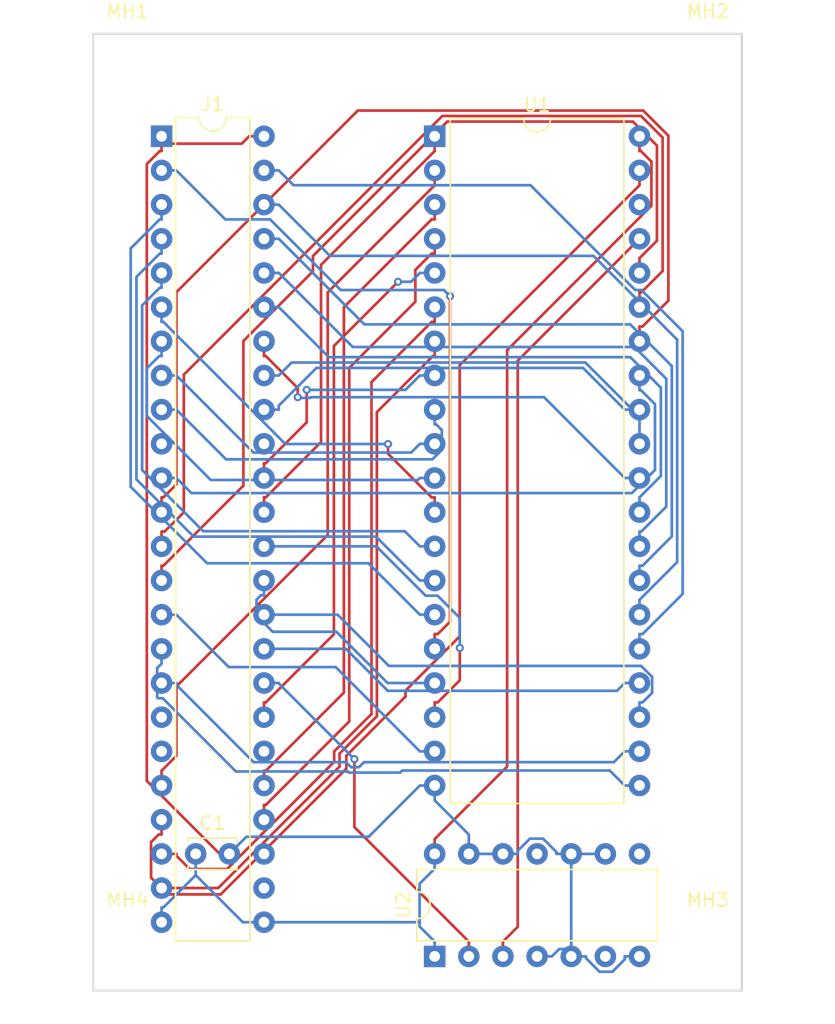
<source format=kicad_pcb>
(kicad_pcb (version 20211014) (generator pcbnew)
  (layers (0 "F.Cu" signal) (31 "B.Cu" signal) (34 "B.Paste" user) (35 "F.Paste" user) (36 "B.SilkS" user "B.Silkscreen") (37 "F.SilkS" user "F.Silkscreen") (38 "B.Mask" user) (39 "F.Mask" user) (44 "Edge.Cuts" user))
  (net 0 "")
  (net 1 "VCC")
  (net 2 "GND")
  (net 3 "/P53")
  (net 4 "Net-(J1-Pad30)")
  (net 5 "/P26")
  (net 6 "Net-(J1-Pad27)")
  (net 7 "/P27")
  (net 8 "/P47")
  (net 9 "/P46")
  (net 10 "Net-(J1-Pad26)")
  (net 11 "Net-(J1-Pad19)")
  (net 12 "/P25")
  (net 13 "/P24")
  (net 14 "/P23")
  (net 15 "/P22")
  (net 16 "/P21")
  (net 17 "/P20")
  (net 18 "/P34")
  (net 19 "Net-(J1-Pad10)")
  (net 20 "/P35")
  (net 21 "/P17")
  (net 22 "/P36")
  (net 23 "/P16")
  (net 24 "Net-(J1-Pad39)")
  (net 25 "/P15")
  (net 26 "/P40")
  (net 27 "/P14")
  (net 28 "/P41")
  (net 29 "/P13")
  (net 30 "/P42")
  (net 31 "/P12")
  (net 32 "/P11")
  (net 33 "/P44")
  (net 34 "/P10")
  (net 35 "/P45")
  (net 36 "/P33")
  (net 37 "/P32")
  (net 38 "/P31")
  (net 39 "/P30")
  (net 40 "/P51")
  (net 41 "/P55")
  (net 42 "/P43")
  (net 43 "/P52")
  (net 44 "/P54")
  (net 45 "/P50")
  (net 46 "Net-(U1-Pad38)")
  (net 47 "Net-(U1-Pad37)")
  (net 48 "Net-(U2-Pad6)")
  (net 49 "Net-(U2-Pad11)")
  (net 50 "Net-(U2-Pad8)")
  (net 51 "Net-(J1-Pad18)")
  (footprint "MountingHole:MountingHole_3.2mm_M3" (layer "F.Cu") (at 101 70)
    (fp_text reference "MH1" (at 0 -4.2) (layer "F.SilkS"))
    (fp_text value "MountingHole_3.2mm_M3")
    (pad "" np_thru_hole circle locked (at 0 0) (size 3.2 3.2) (drill 3.2) (layers *.Cu *.Mask))
  )
  (footprint "MountingHole:MountingHole_3.2mm_M3" (layer "F.Cu") (at 144.18 70)
    (fp_text reference "MH2" (at 0 -4.2) (layer "F.SilkS"))
    (fp_text value "MountingHole_3.2mm_M3")
    (pad "" np_thru_hole circle locked (at 0 0) (size 3.2 3.2) (drill 3.2) (layers *.Cu *.Mask))
  )
  (footprint "MountingHole:MountingHole_3.2mm_M3" (layer "F.Cu") (at 144.18 136.04)
    (fp_text reference "MH3" (at 0 -4.2) (layer "F.SilkS"))
    (fp_text value "MountingHole_3.2mm_M3")
    (pad "" np_thru_hole circle locked (at 0 0) (size 3.2 3.2) (drill 3.2) (layers *.Cu *.Mask))
  )
  (footprint "MountingHole:MountingHole_3.2mm_M3" (layer "F.Cu") (at 101 136.04)
    (fp_text reference "MH4" (at 0 -4.2) (layer "F.SilkS"))
    (fp_text value "MountingHole_3.2mm_M3")
    (pad "" np_thru_hole circle locked (at 0 0) (size 3.2 3.2) (drill 3.2) (layers *.Cu *.Mask))
  )
  (footprint "Package_DIP:DIP-14_W7.62mm" (layer "F.Cu") (at 123.86 136.04 90)
    (fp_text reference "U2" (at 3.81 -2.33 90) (layer "F.SilkS"))
    (fp_text value "74HCT126")
    (fp_line (start 1.16 16.57) (end 6.46 16.57) (layer "F.SilkS") (width 0.12))
    (fp_line (start 2.81 -1.33) (end 1.16 -1.33) (layer "F.SilkS") (width 0.12))
    (fp_line (start 6.46 -1.33) (end 4.81 -1.33) (layer "F.SilkS") (width 0.12))
    (fp_line (start 6.46 16.57) (end 6.46 -1.33) (layer "F.SilkS") (width 0.12))
    (fp_line (start 1.16 -1.33) (end 1.16 16.57) (layer "F.SilkS") (width 0.12))
    (fp_arc (start 4.81 -1.33) (mid 3.81 -0.33) (end 2.81 -1.33) (layer "F.SilkS") (width 0.12))
    (pad "1" thru_hole rect locked (at 0 0 90) (size 1.6 1.6) (drill 0.8) (layers *.Cu *.Mask) (net 1 "VCC"))
    (pad "2" thru_hole oval locked (at 0 2.54 90) (size 1.6 1.6) (drill 0.8) (layers *.Cu *.Mask) (net 9 "/P46"))
    (pad "3" thru_hole oval locked (at 0 5.08 90) (size 1.6 1.6) (drill 0.8) (layers *.Cu *.Mask) (net 47 "Net-(U1-Pad37)"))
    (pad "4" thru_hole oval locked (at 0 7.62 90) (size 1.6 1.6) (drill 0.8) (layers *.Cu *.Mask) (net 2 "GND"))
    (pad "5" thru_hole oval locked (at 0 10.16 90) (size 1.6 1.6) (drill 0.8) (layers *.Cu *.Mask) (net 2 "GND"))
    (pad "6" thru_hole oval locked (at 0 12.7 90) (size 1.6 1.6) (drill 0.8) (layers *.Cu *.Mask) (net 48 "Net-(U2-Pad6)"))
    (pad "7" thru_hole oval locked (at 0 15.24 90) (size 1.6 1.6) (drill 0.8) (layers *.Cu *.Mask) (net 2 "GND"))
    (pad "8" thru_hole oval locked (at 7.62 15.24 90) (size 1.6 1.6) (drill 0.8) (layers *.Cu *.Mask) (net 50 "Net-(U2-Pad8)"))
    (pad "9" thru_hole oval locked (at 7.62 12.7 90) (size 1.6 1.6) (drill 0.8) (layers *.Cu *.Mask) (net 2 "GND"))
    (pad "10" thru_hole oval locked (at 7.62 10.16 90) (size 1.6 1.6) (drill 0.8) (layers *.Cu *.Mask) (net 2 "GND"))
    (pad "11" thru_hole oval locked (at 7.62 7.62 90) (size 1.6 1.6) (drill 0.8) (layers *.Cu *.Mask) (net 49 "Net-(U2-Pad11)"))
    (pad "12" thru_hole oval locked (at 7.62 5.08 90) (size 1.6 1.6) (drill 0.8) (layers *.Cu *.Mask) (net 2 "GND"))
    (pad "13" thru_hole oval locked (at 7.62 2.54 90) (size 1.6 1.6) (drill 0.8) (layers *.Cu *.Mask) (net 2 "GND"))
    (pad "14" thru_hole oval locked (at 7.62 0 90) (size 1.6 1.6) (drill 0.8) (layers *.Cu *.Mask) (net 1 "VCC"))
  )
  (footprint "Capacitor_THT:C_Disc_D3.4mm_W2.1mm_P2.50mm" (layer "F.Cu") (at 106.08 128.42)
    (fp_text reference "C1" (at 1.25 -2.3) (layer "F.SilkS"))
    (fp_text value "0.1u")
    (fp_line (start -0.57 0.925) (end -0.57 1.17) (layer "F.SilkS") (width 0.12))
    (fp_line (start 3.07 -1.17) (end 3.07 -0.925) (layer "F.SilkS") (width 0.12))
    (fp_line (start -0.57 -1.17) (end -0.57 -0.925) (layer "F.SilkS") (width 0.12))
    (fp_line (start -0.57 -1.17) (end 3.07 -1.17) (layer "F.SilkS") (width 0.12))
    (fp_line (start -0.57 1.17) (end 3.07 1.17) (layer "F.SilkS") (width 0.12))
    (fp_line (start 3.07 0.925) (end 3.07 1.17) (layer "F.SilkS") (width 0.12))
    (pad "1" thru_hole circle locked (at 0 0) (size 1.6 1.6) (drill 0.8) (layers *.Cu *.Mask) (net 1 "VCC"))
    (pad "2" thru_hole circle locked (at 2.5 0) (size 1.6 1.6) (drill 0.8) (layers *.Cu *.Mask) (net 2 "GND"))
  )
  (footprint "0-LocalLibrary:DIP-48_W7.62mm" (layer "F.Cu") (at 103.54 75.08)
    (fp_text reference "J1" (at 3.81 -2.39) (layer "F.SilkS"))
    (fp_text value "BionicConnector")
    (fp_line (start 1.04 59.81) (end 6.58 59.81) (layer "F.SilkS") (width 0.12))
    (fp_line (start 1.04 -1.39) (end 1.04 39.49) (layer "F.SilkS") (width 0.12))
    (fp_line (start 6.58 39.49) (end 6.58 -1.39) (layer "F.SilkS") (width 0.12))
    (fp_line (start 6.58 -1.39) (end 4.81 -1.39) (layer "F.SilkS") (width 0.12))
    (fp_line (start 6.58 59.81) (end 6.58 18.93) (layer "F.SilkS") (width 0.12))
    (fp_line (start 1.04 18.93) (end 1.04 59.81) (layer "F.SilkS") (width 0.12))
    (fp_line (start 2.81 -1.39) (end 1.04 -1.39) (layer "F.SilkS") (width 0.12))
    (fp_arc (start 4.81 -1.39) (mid 3.81 -0.39) (end 2.81 -1.39) (layer "F.SilkS") (width 0.12))
    (pad "1" thru_hole rect locked (at 0 0) (size 1.6 1.6) (drill 0.8) (layers *.Cu *.Mask) (net 2 "GND"))
    (pad "2" thru_hole oval locked (at 0 2.54) (size 1.6 1.6) (drill 0.8) (layers *.Cu *.Mask) (net 34 "/P10"))
    (pad "3" thru_hole oval locked (at 0 5.08) (size 1.6 1.6) (drill 0.8) (layers *.Cu *.Mask) (net 32 "/P11"))
    (pad "4" thru_hole oval locked (at 0 7.62) (size 1.6 1.6) (drill 0.8) (layers *.Cu *.Mask) (net 31 "/P12"))
    (pad "5" thru_hole oval locked (at 0 10.16) (size 1.6 1.6) (drill 0.8) (layers *.Cu *.Mask) (net 29 "/P13"))
    (pad "6" thru_hole oval locked (at 0 12.7) (size 1.6 1.6) (drill 0.8) (layers *.Cu *.Mask) (net 27 "/P14"))
    (pad "7" thru_hole oval locked (at 0 15.24) (size 1.6 1.6) (drill 0.8) (layers *.Cu *.Mask) (net 25 "/P15"))
    (pad "8" thru_hole oval locked (at 0 17.78) (size 1.6 1.6) (drill 0.8) (layers *.Cu *.Mask) (net 23 "/P16"))
    (pad "9" thru_hole oval locked (at 0 20.32) (size 1.6 1.6) (drill 0.8) (layers *.Cu *.Mask) (net 21 "/P17"))
    (pad "10" thru_hole oval locked (at 0 22.86) (size 1.6 1.6) (drill 0.8) (layers *.Cu *.Mask) (net 19 "Net-(J1-Pad10)"))
    (pad "11" thru_hole oval locked (at 0 25.4) (size 1.6 1.6) (drill 0.8) (layers *.Cu *.Mask) (net 39 "/P30"))
    (pad "12" thru_hole oval locked (at 0 27.94) (size 1.6 1.6) (drill 0.8) (layers *.Cu *.Mask) (net 38 "/P31"))
    (pad "13" thru_hole oval locked (at 0 30.48) (size 1.6 1.6) (drill 0.8) (layers *.Cu *.Mask) (net 37 "/P32"))
    (pad "14" thru_hole oval locked (at 0 33.02) (size 1.6 1.6) (drill 0.8) (layers *.Cu *.Mask) (net 36 "/P33"))
    (pad "15" thru_hole oval locked (at 0 35.56) (size 1.6 1.6) (drill 0.8) (layers *.Cu *.Mask) (net 18 "/P34"))
    (pad "16" thru_hole oval locked (at 0 38.1) (size 1.6 1.6) (drill 0.8) (layers *.Cu *.Mask) (net 20 "/P35"))
    (pad "17" thru_hole oval locked (at 0 40.64) (size 1.6 1.6) (drill 0.8) (layers *.Cu *.Mask) (net 22 "/P36"))
    (pad "18" thru_hole oval locked (at 0 43.18) (size 1.6 1.6) (drill 0.8) (layers *.Cu *.Mask) (net 51 "Net-(J1-Pad18)"))
    (pad "19" thru_hole oval locked (at 0 45.72) (size 1.6 1.6) (drill 0.8) (layers *.Cu *.Mask) (net 11 "Net-(J1-Pad19)"))
    (pad "20" thru_hole oval locked (at 0 48.26) (size 1.6 1.6) (drill 0.8) (layers *.Cu *.Mask) (net 45 "/P50"))
    (pad "21" thru_hole oval locked (at 0 50.8) (size 1.6 1.6) (drill 0.8) (layers *.Cu *.Mask) (net 40 "/P51"))
    (pad "22" thru_hole oval locked (at 0 53.34) (size 1.6 1.6) (drill 0.8) (layers *.Cu *.Mask) (net 43 "/P52"))
    (pad "23" thru_hole oval locked (at 0 55.88) (size 1.6 1.6) (drill 0.8) (layers *.Cu *.Mask) (net 3 "/P53"))
    (pad "24" thru_hole oval locked (at 0 58.42) (size 1.6 1.6) (drill 0.8) (layers *.Cu *.Mask) (net 1 "VCC"))
    (pad "25" thru_hole oval locked (at 7.62 58.42) (size 1.6 1.6) (drill 0.8) (layers *.Cu *.Mask) (net 1 "VCC"))
    (pad "26" thru_hole oval locked (at 7.62 55.88) (size 1.6 1.6) (drill 0.8) (layers *.Cu *.Mask) (net 10 "Net-(J1-Pad26)"))
    (pad "27" thru_hole oval locked (at 7.62 53.34) (size 1.6 1.6) (drill 0.8) (layers *.Cu *.Mask) (net 6 "Net-(J1-Pad27)"))
    (pad "28" thru_hole oval locked (at 7.62 50.8) (size 1.6 1.6) (drill 0.8) (layers *.Cu *.Mask) (net 41 "/P55"))
    (pad "29" thru_hole oval locked (at 7.62 48.26) (size 1.6 1.6) (drill 0.8) (layers *.Cu *.Mask) (net 44 "/P54"))
    (pad "30" thru_hole oval locked (at 7.62 45.72) (size 1.6 1.6) (drill 0.8) (layers *.Cu *.Mask) (net 4 "Net-(J1-Pad30)"))
    (pad "31" thru_hole oval locked (at 7.62 43.18) (size 1.6 1.6) (drill 0.8) (layers *.Cu *.Mask) (net 8 "/P47"))
    (pad "32" thru_hole oval locked (at 7.62 40.64) (size 1.6 1.6) (drill 0.8) (layers *.Cu *.Mask) (net 9 "/P46"))
    (pad "33" thru_hole oval locked (at 7.62 38.1) (size 1.6 1.6) (drill 0.8) (layers *.Cu *.Mask) (net 35 "/P45"))
    (pad "34" thru_hole oval locked (at 7.62 35.56) (size 1.6 1.6) (drill 0.8) (layers *.Cu *.Mask) (net 33 "/P44"))
    (pad "35" thru_hole oval locked (at 7.62 33.02) (size 1.6 1.6) (drill 0.8) (layers *.Cu *.Mask) (net 42 "/P43"))
    (pad "36" thru_hole oval locked (at 7.62 30.48) (size 1.6 1.6) (drill 0.8) (layers *.Cu *.Mask) (net 30 "/P42"))
    (pad "37" thru_hole oval locked (at 7.62 27.94) (size 1.6 1.6) (drill 0.8) (layers *.Cu *.Mask) (net 28 "/P41"))
    (pad "38" thru_hole oval locked (at 7.62 25.4) (size 1.6 1.6) (drill 0.8) (layers *.Cu *.Mask) (net 26 "/P40"))
    (pad "39" thru_hole oval locked (at 7.62 22.86) (size 1.6 1.6) (drill 0.8) (layers *.Cu *.Mask) (net 24 "Net-(J1-Pad39)"))
    (pad "40" thru_hole oval locked (at 7.62 20.32) (size 1.6 1.6) (drill 0.8) (layers *.Cu *.Mask) (net 7 "/P27"))
    (pad "41" thru_hole oval locked (at 7.62 17.78) (size 1.6 1.6) (drill 0.8) (layers *.Cu *.Mask) (net 5 "/P26"))
    (pad "42" thru_hole oval locked (at 7.62 15.24) (size 1.6 1.6) (drill 0.8) (layers *.Cu *.Mask) (net 12 "/P25"))
    (pad "43" thru_hole oval locked (at 7.62 12.7) (size 1.6 1.6) (drill 0.8) (layers *.Cu *.Mask) (net 13 "/P24"))
    (pad "44" thru_hole oval locked (at 7.62 10.16) (size 1.6 1.6) (drill 0.8) (layers *.Cu *.Mask) (net 14 "/P23"))
    (pad "45" thru_hole oval locked (at 7.62 7.62) (size 1.6 1.6) (drill 0.8) (layers *.Cu *.Mask) (net 15 "/P22"))
    (pad "46" thru_hole oval locked (at 7.62 5.08) (size 1.6 1.6) (drill 0.8) (layers *.Cu *.Mask) (net 16 "/P21"))
    (pad "47" thru_hole oval locked (at 7.62 2.54) (size 1.6 1.6) (drill 0.8) (layers *.Cu *.Mask) (net 17 "/P20"))
    (pad "48" thru_hole oval locked (at 7.62 0) (size 1.6 1.6) (drill 0.8) (layers *.Cu *.Mask) (net 2 "GND"))
  )
  (footprint "Package_DIP:DIP-40_W15.24mm" (layer "F.Cu") (at 123.86 75.08)
    (fp_text reference "U1" (at 7.62 -2.33) (layer "F.SilkS"))
    (fp_text value "INS8060")
    (fp_line (start 1.16 -1.33) (end 1.16 49.59) (layer "F.SilkS") (width 0.12))
    (fp_line (start 14.08 49.59) (end 14.08 -1.33) (layer "F.SilkS") (width 0.12))
    (fp_line (start 1.16 49.59) (end 14.08 49.59) (layer "F.SilkS") (width 0.12))
    (fp_line (start 6.62 -1.33) (end 1.16 -1.33) (layer "F.SilkS") (width 0.12))
    (fp_line (start 14.08 -1.33) (end 8.62 -1.33) (layer "F.SilkS") (width 0.12))
    (fp_arc (start 8.62 -1.33) (mid 7.62 -0.33) (end 6.62 -1.33) (layer "F.SilkS") (width 0.12))
    (pad "1" thru_hole rect locked (at 0 0) (size 1.6 1.6) (drill 0.8) (layers *.Cu *.Mask) (net 28 "/P41"))
    (pad "2" thru_hole oval locked (at 0 2.54) (size 1.6 1.6) (drill 0.8) (layers *.Cu *.Mask) (net 45 "/P50"))
    (pad "3" thru_hole oval locked (at 0 5.08) (size 1.6 1.6) (drill 0.8) (layers *.Cu *.Mask) (net 44 "/P54"))
    (pad "4" thru_hole oval locked (at 0 7.62) (size 1.6 1.6) (drill 0.8) (layers *.Cu *.Mask) (net 41 "/P55"))
    (pad "5" thru_hole oval locked (at 0 10.16) (size 1.6 1.6) (drill 0.8) (layers *.Cu *.Mask) (net 8 "/P47"))
    (pad "6" thru_hole oval locked (at 0 12.7) (size 1.6 1.6) (drill 0.8) (layers *.Cu *.Mask) (net 43 "/P52"))
    (pad "7" thru_hole oval locked (at 0 15.24) (size 1.6 1.6) (drill 0.8) (layers *.Cu *.Mask) (net 3 "/P53"))
    (pad "8" thru_hole oval locked (at 0 17.78) (size 1.6 1.6) (drill 0.8) (layers *.Cu *.Mask) (net 26 "/P40"))
    (pad "9" thru_hole oval locked (at 0 20.32) (size 1.6 1.6) (drill 0.8) (layers *.Cu *.Mask) (net 21 "/P17"))
    (pad "10" thru_hole oval locked (at 0 22.86) (size 1.6 1.6) (drill 0.8) (layers *.Cu *.Mask) (net 23 "/P16"))
    (pad "11" thru_hole oval locked (at 0 25.4) (size 1.6 1.6) (drill 0.8) (layers *.Cu *.Mask) (net 25 "/P15"))
    (pad "12" thru_hole oval locked (at 0 27.94) (size 1.6 1.6) (drill 0.8) (layers *.Cu *.Mask) (net 27 "/P14"))
    (pad "13" thru_hole oval locked (at 0 30.48) (size 1.6 1.6) (drill 0.8) (layers *.Cu *.Mask) (net 29 "/P13"))
    (pad "14" thru_hole oval locked (at 0 33.02) (size 1.6 1.6) (drill 0.8) (layers *.Cu *.Mask) (net 31 "/P12"))
    (pad "15" thru_hole oval locked (at 0 35.56) (size 1.6 1.6) (drill 0.8) (layers *.Cu *.Mask) (net 32 "/P11"))
    (pad "16" thru_hole oval locked (at 0 38.1) (size 1.6 1.6) (drill 0.8) (layers *.Cu *.Mask) (net 34 "/P10"))
    (pad "17" thru_hole oval locked (at 0 40.64) (size 1.6 1.6) (drill 0.8) (layers *.Cu *.Mask) (net 42 "/P43"))
    (pad "18" thru_hole oval locked (at 0 43.18) (size 1.6 1.6) (drill 0.8) (layers *.Cu *.Mask) (net 30 "/P42"))
    (pad "19" thru_hole oval locked (at 0 45.72) (size 1.6 1.6) (drill 0.8) (layers *.Cu *.Mask) (net 18 "/P34"))
    (pad "20" thru_hole oval locked (at 0 48.26) (size 1.6 1.6) (drill 0.8) (layers *.Cu *.Mask) (net 2 "GND"))
    (pad "21" thru_hole oval locked (at 15.24 48.26) (size 1.6 1.6) (drill 0.8) (layers *.Cu *.Mask) (net 20 "/P35"))
    (pad "22" thru_hole oval locked (at 15.24 45.72) (size 1.6 1.6) (drill 0.8) (layers *.Cu *.Mask) (net 22 "/P36"))
    (pad "23" thru_hole oval locked (at 15.24 43.18) (size 1.6 1.6) (drill 0.8) (layers *.Cu *.Mask) (net 33 "/P44"))
    (pad "24" thru_hole oval locked (at 15.24 40.64) (size 1.6 1.6) (drill 0.8) (layers *.Cu *.Mask) (net 35 "/P45"))
    (pad "25" thru_hole oval locked (at 15.24 38.1) (size 1.6 1.6) (drill 0.8) (layers *.Cu *.Mask) (net 17 "/P20"))
    (pad "26" thru_hole oval locked (at 15.24 35.56) (size 1.6 1.6) (drill 0.8) (layers *.Cu *.Mask) (net 16 "/P21"))
    (pad "27" thru_hole oval locked (at 15.24 33.02) (size 1.6 1.6) (drill 0.8) (layers *.Cu *.Mask) (net 15 "/P22"))
    (pad "28" thru_hole oval locked (at 15.24 30.48) (size 1.6 1.6) (drill 0.8) (layers *.Cu *.Mask) (net 14 "/P23"))
    (pad "29" thru_hole oval locked (at 15.24 27.94) (size 1.6 1.6) (drill 0.8) (layers *.Cu *.Mask) (net 13 "/P24"))
    (pad "30" thru_hole oval locked (at 15.24 25.4) (size 1.6 1.6) (drill 0.8) (layers *.Cu *.Mask) (net 12 "/P25"))
    (pad "31" thru_hole oval locked (at 15.24 22.86) (size 1.6 1.6) (drill 0.8) (layers *.Cu *.Mask) (net 5 "/P26"))
    (pad "32" thru_hole oval locked (at 15.24 20.32) (size 1.6 1.6) (drill 0.8) (layers *.Cu *.Mask) (net 7 "/P27"))
    (pad "33" thru_hole oval locked (at 15.24 17.78) (size 1.6 1.6) (drill 0.8) (layers *.Cu *.Mask) (net 39 "/P30"))
    (pad "34" thru_hole oval locked (at 15.24 15.24) (size 1.6 1.6) (drill 0.8) (layers *.Cu *.Mask) (net 38 "/P31"))
    (pad "35" thru_hole oval locked (at 15.24 12.7) (size 1.6 1.6) (drill 0.8) (layers *.Cu *.Mask) (net 37 "/P32"))
    (pad "36" thru_hole oval locked (at 15.24 10.16) (size 1.6 1.6) (drill 0.8) (layers *.Cu *.Mask) (net 36 "/P33"))
    (pad "37" thru_hole oval locked (at 15.24 7.62) (size 1.6 1.6) (drill 0.8) (layers *.Cu *.Mask) (net 47 "Net-(U1-Pad37)"))
    (pad "38" thru_hole oval locked (at 15.24 5.08) (size 1.6 1.6) (drill 0.8) (layers *.Cu *.Mask) (net 46 "Net-(U1-Pad38)"))
    (pad "39" thru_hole oval locked (at 15.24 2.54) (size 1.6 1.6) (drill 0.8) (layers *.Cu *.Mask) (net 40 "/P51"))
    (pad "40" thru_hole oval locked (at 15.24 0) (size 1.6 1.6) (drill 0.8) (layers *.Cu *.Mask) (net 1 "VCC"))
  )
  (gr_line (start 98.46 138.58) (end 98.46 67.46) (layer "Edge.Cuts") (width 0.15))
  (gr_line (start 146.72 138.58) (end 98.46 138.58) (layer "Edge.Cuts") (width 0.15))
  (gr_line (start 98.46 67.46) (end 146.72 67.46) (layer "Edge.Cuts") (width 0.15))
  (gr_line (start 146.72 67.46) (end 146.72 138.58) (layer "Edge.Cuts") (width 0.15))
  (segment (start 123.86 128.42) (end 123.86 127.3197) (width 0.2) (layer "F.Cu") (net 1))
  (segment (start 139.9853 80.2497) (end 139.9853 76.9639) (width 0.2) (layer "F.Cu") (net 1))
  (segment (start 139.9853 76.9639) (end 139.2017 76.1803) (width 0.2) (layer "F.Cu") (net 1))
  (segment (start 139.2017 76.1803) (end 139.1 76.1803) (width 0.2) (layer "F.Cu") (net 1))
  (segment (start 123.86 127.3197) (end 129.2511 121.9286) (width 0.2) (layer "F.Cu") (net 1))
  (segment (start 129.2511 90.9839) (end 139.9853 80.2497) (width 0.2) (layer "F.Cu") (net 1))
  (segment (start 129.2511 121.9286) (end 129.2511 90.9839) (width 0.2) (layer "F.Cu") (net 1))
  (segment (start 139.1 75.08) (end 139.1 76.1803) (width 0.2) (layer "F.Cu") (net 1))
  (segment (start 111.16 133.5) (end 109.5828 133.5) (width 0.2) (layer "B.Cu") (net 1))
  (segment (start 103.54 133.5) (end 103.54 132.3997) (width 0.2) (layer "B.Cu") (net 1))
  (segment (start 109.5828 133.5) (end 106.08 129.9972) (width 0.2) (layer "B.Cu") (net 1))
  (segment (start 123.86 136.04) (end 123.86 134.9397) (width 0.2) (layer "B.Cu") (net 1))
  (segment (start 122.7379 130.6424) (end 123.86 129.5203) (width 0.2) (layer "B.Cu") (net 1))
  (segment (start 103.54 132.3997) (end 103.6775 132.3997) (width 0.2) (layer "B.Cu") (net 1))
  (segment (start 122.7379 133.8176) (end 122.7379 133.5) (width 0.2) (layer "B.Cu") (net 1))
  (segment (start 123.86 128.42) (end 123.86 129.5203) (width 0.2) (layer "B.Cu") (net 1))
  (segment (start 111.16 133.5) (end 112.2603 133.5) (width 0.2) (layer "B.Cu") (net 1))
  (segment (start 123.86 134.9397) (end 122.7379 133.8176) (width 0.2) (layer "B.Cu") (net 1))
  (segment (start 106.08 129.9972) (end 106.08 128.42) (width 0.2) (layer "B.Cu") (net 1))
  (segment (start 122.7379 133.5) (end 112.2603 133.5) (width 0.2) (layer "B.Cu") (net 1))
  (segment (start 122.7379 133.5) (end 122.7379 130.6424) (width 0.2) (layer "B.Cu") (net 1))
  (segment (start 103.6775 132.3997) (end 106.08 129.9972) (width 0.2) (layer "B.Cu") (net 1))
  (segment (start 103.54 75.6301) (end 103.54 76.1803) (width 0.2) (layer "F.Cu") (net 2))
  (segment (start 103.54 75.6301) (end 109.5096 75.6301) (width 0.2) (layer "F.Cu") (net 2))
  (segment (start 102.4397 77.1429) (end 103.4023 76.1803) (width 0.2) (layer "F.Cu") (net 2))
  (segment (start 108.58 128.42) (end 107.8631 128.42) (width 0.2) (layer "F.Cu") (net 2))
  (segment (start 111.16 75.08) (end 110.0597 75.08) (width 0.2) (layer "F.Cu") (net 2))
  (segment (start 102.4397 122.9966) (end 102.4397 77.1429) (width 0.2) (layer "F.Cu") (net 2))
  (segment (start 103.54 75.08) (end 103.54 75.6301) (width 0.2) (layer "F.Cu") (net 2))
  (segment (start 109.5096 75.6301) (end 110.0597 75.08) (width 0.2) (layer "F.Cu") (net 2))
  (segment (start 103.4023 76.1803) (end 103.54 76.1803) (width 0.2) (layer "F.Cu") (net 2))
  (segment (start 107.8631 128.42) (end 102.4397 122.9966) (width 0.2) (layer "F.Cu") (net 2))
  (segment (start 128.94 128.42) (end 130.0403 128.42) (width 0.2) (layer "B.Cu") (net 2))
  (segment (start 130.0403 128.192) (end 130.0403 128.42) (width 0.2) (layer "B.Cu") (net 2))
  (segment (start 126.4 126.9803) (end 123.86 124.4403) (width 0.2) (layer "B.Cu") (net 2))
  (segment (start 131.48 136.04) (end 132.5803 136.04) (width 0.2) (layer "B.Cu") (net 2))
  (segment (start 139.1 136.04) (end 137.9997 136.04) (width 0.2) (layer "B.Cu") (net 2))
  (segment (start 137.9997 136.268) (end 137.9997 136.04) (width 0.2) (layer "B.Cu") (net 2))
  (segment (start 123.86 123.34) (end 122.7597 123.34) (width 0.2) (layer "B.Cu") (net 2))
  (segment (start 134.02 136.04) (end 134.02 135.4898) (width 0.2) (layer "B.Cu") (net 2))
  (segment (start 135.1203 136.04) (end 135.1203 136.1775) (width 0.2) (layer "B.Cu") (net 2))
  (segment (start 137.0891 137.1786) (end 137.9997 136.268) (width 0.2) (layer "B.Cu") (net 2))
  (segment (start 128.94 128.42) (end 126.4 128.42) (width 0.2) (layer "B.Cu") (net 2))
  (segment (start 134.02 135.4898) (end 133.1305 135.4898) (width 0.2) (layer "B.Cu") (net 2))
  (segment (start 109.85 127.15) (end 108.58 128.42) (width 0.2) (layer "B.Cu") (net 2))
  (segment (start 134.02 135.4898) (end 134.02 134.9397) (width 0.2) (layer "B.Cu") (net 2))
  (segment (start 136.56 128.42) (end 134.02 128.42) (width 0.2) (layer "B.Cu") (net 2))
  (segment (start 134.02 128.42) (end 132.9197 128.42) (width 0.2) (layer "B.Cu") (net 2))
  (segment (start 136.1214 137.1786) (end 137.0891 137.1786) (width 0.2) (layer "B.Cu") (net 2))
  (segment (start 134.02 136.04) (end 135.1203 136.04) (width 0.2) (layer "B.Cu") (net 2))
  (segment (start 134.02 128.42) (end 134.02 134.9397) (width 0.2) (layer "B.Cu") (net 2))
  (segment (start 133.1305 135.4898) (end 132.5803 136.04) (width 0.2) (layer "B.Cu") (net 2))
  (segment (start 130.9445 127.2878) (end 130.0403 128.192) (width 0.2) (layer "B.Cu") (net 2))
  (segment (start 122.7597 123.34) (end 118.9497 127.15) (width 0.2) (layer "B.Cu") (net 2))
  (segment (start 118.9497 127.15) (end 109.85 127.15) (width 0.2) (layer "B.Cu") (net 2))
  (segment (start 135.1203 136.1775) (end 136.1214 137.1786) (width 0.2) (layer "B.Cu") (net 2))
  (segment (start 132.9197 128.2825) (end 131.925 127.2878) (width 0.2) (layer "B.Cu") (net 2))
  (segment (start 132.9197 128.42) (end 132.9197 128.2825) (width 0.2) (layer "B.Cu") (net 2))
  (segment (start 123.86 123.34) (end 123.86 124.4403) (width 0.2) (layer "B.Cu") (net 2))
  (segment (start 126.4 128.42) (end 126.4 126.9803) (width 0.2) (layer "B.Cu") (net 2))
  (segment (start 131.925 127.2878) (end 130.9445 127.2878) (width 0.2) (layer "B.Cu") (net 2))
  (segment (start 123.7225 91.4203) (end 123.86 91.4203) (width 0.2) (layer "F.Cu") (net 3))
  (segment (start 119.5597 95.5831) (end 123.7225 91.4203) (width 0.2) (layer "F.Cu") (net 3))
  (segment (start 104.6403 130.9599) (end 107.7552 130.9599) (width 0.2) (layer "F.Cu") (net 3))
  (segment (start 119.5597 118.1895) (end 119.5597 95.5831) (width 0.2) (layer "F.Cu") (net 3))
  (segment (start 103.54 130.96) (end 104.6403 130.96) (width 0.2) (layer "F.Cu") (net 3))
  (segment (start 123.86 90.32) (end 123.86 91.4203) (width 0.2) (layer "F.Cu") (net 3))
  (segment (start 116.7834 121.9317) (end 116.7834 120.9658) (width 0.2) (layer "F.Cu") (net 3))
  (segment (start 107.7552 130.9599) (end 116.7834 121.9317) (width 0.2) (layer "F.Cu") (net 3))
  (segment (start 104.6403 130.96) (end 104.6403 130.9599) (width 0.2) (layer "F.Cu") (net 3))
  (segment (start 116.7834 120.9658) (end 119.5597 118.1895) (width 0.2) (layer "F.Cu") (net 3))
  (segment (start 135.0694 91.8993) (end 139.1 95.9299) (width 0.2) (layer "B.Cu") (net 5))
  (segment (start 113.221 91.8993) (end 135.0694 91.8993) (width 0.2) (layer "B.Cu") (net 5))
  (segment (start 139.1 95.9299) (end 139.1 96.8397) (width 0.2) (layer "B.Cu") (net 5))
  (segment (start 111.16 92.86) (end 112.2603 92.86) (width 0.2) (layer "B.Cu") (net 5))
  (segment (start 112.2603 92.86) (end 113.221 91.8993) (width 0.2) (layer "B.Cu") (net 5))
  (segment (start 139.1 97.94) (end 139.1 96.8397) (width 0.2) (layer "B.Cu") (net 5))
  (segment (start 139.1 95.4) (end 137.9997 95.4) (width 0.2) (layer "B.Cu") (net 7))
  (segment (start 115.0649 92.2997) (end 112.2603 95.1043) (width 0.2) (layer "B.Cu") (net 7))
  (segment (start 137.9997 95.4) (end 134.8994 92.2997) (width 0.2) (layer "B.Cu") (net 7))
  (segment (start 134.8994 92.2997) (end 115.0649 92.2997) (width 0.2) (layer "B.Cu") (net 7))
  (segment (start 112.2603 95.1043) (end 112.2603 95.4) (width 0.2) (layer "B.Cu") (net 7))
  (segment (start 111.16 95.4) (end 112.2603 95.4) (width 0.2) (layer "B.Cu") (net 7))
  (segment (start 116.361 112.0962) (end 116.361 90.669) (width 0.2) (layer "F.Cu") (net 8))
  (segment (start 116.361 90.669) (end 121.1344 85.8956) (width 0.2) (layer "F.Cu") (net 8))
  (segment (start 111.16 117.1597) (end 111.2975 117.1597) (width 0.2) (layer "F.Cu") (net 8))
  (segment (start 111.16 118.26) (end 111.16 117.1597) (width 0.2) (layer "F.Cu") (net 8))
  (segment (start 111.2975 117.1597) (end 116.361 112.0962) (width 0.2) (layer "F.Cu") (net 8))
  (via (at 121.1344 85.8956) (size 0.6) (drill 0.3) (layers "F.Cu" "B.Cu") (net 8))
  (segment (start 122.7597 85.24) (end 122.1041 85.8956) (width 0.2) (layer "B.Cu") (net 8))
  (segment (start 122.1041 85.8956) (end 121.1344 85.8956) (width 0.2) (layer "B.Cu") (net 8))
  (segment (start 123.86 85.24) (end 122.7597 85.24) (width 0.2) (layer "B.Cu") (net 8))
  (segment (start 126.4 134.9397) (end 117.8859 126.4256) (width 0.2) (layer "F.Cu") (net 9))
  (segment (start 126.4 136.04) (end 126.4 134.9397) (width 0.2) (layer "F.Cu") (net 9))
  (segment (start 117.8859 126.4256) (end 117.8859 121.3768) (width 0.2) (layer "F.Cu") (net 9))
  (via (at 117.8859 121.3768) (size 0.6) (drill 0.3) (layers "F.Cu" "B.Cu") (net 9))
  (segment (start 117.8859 121.3768) (end 112.2603 115.7512) (width 0.2) (layer "B.Cu") (net 9))
  (segment (start 112.2603 115.7512) (end 112.2603 115.72) (width 0.2) (layer "B.Cu") (net 9))
  (segment (start 111.16 115.72) (end 112.2603 115.72) (width 0.2) (layer "B.Cu") (net 9))
  (segment (start 111.16 90.32) (end 111.16 91.4203) (width 0.2) (layer "F.Cu") (net 12))
  (segment (start 111.2975 91.4203) (end 113.6705 93.7933) (width 0.2) (layer "F.Cu") (net 12))
  (segment (start 111.16 91.4203) (end 111.2975 91.4203) (width 0.2) (layer "F.Cu") (net 12))
  (segment (start 113.6705 93.7933) (end 113.6705 94.4757) (width 0.2) (layer "F.Cu") (net 12))
  (via (at 113.6705 94.4757) (size 0.6) (drill 0.3) (layers "F.Cu" "B.Cu") (net 12))
  (segment (start 113.7233 94.5285) (end 114.5855 94.5285) (width 0.2) (layer "B.Cu") (net 12))
  (segment (start 114.5855 94.5285) (end 114.6383 94.4757) (width 0.2) (layer "B.Cu") (net 12))
  (segment (start 131.9954 94.4757) (end 137.9997 100.48) (width 0.2) (layer "B.Cu") (net 12))
  (segment (start 139.1 100.48) (end 137.9997 100.48) (width 0.2) (layer "B.Cu") (net 12))
  (segment (start 113.6705 94.4757) (end 113.7233 94.5285) (width 0.2) (layer "B.Cu") (net 12))
  (segment (start 114.6383 94.4757) (end 131.9954 94.4757) (width 0.2) (layer "B.Cu") (net 12))
  (segment (start 140.689 100.3307) (end 139.1 101.9197) (width 0.2) (layer "B.Cu") (net 13))
  (segment (start 139.1 103.02) (end 139.1 101.9197) (width 0.2) (layer "B.Cu") (net 13))
  (segment (start 115.9792 91.4989) (end 138.4214 91.4989) (width 0.2) (layer "B.Cu") (net 13))
  (segment (start 112.2603 87.78) (end 115.9792 91.4989) (width 0.2) (layer "B.Cu") (net 13))
  (segment (start 138.4214 91.4989) (end 140.689 93.7665) (width 0.2) (layer "B.Cu") (net 13))
  (segment (start 140.689 93.7665) (end 140.689 100.3307) (width 0.2) (layer "B.Cu") (net 13))
  (segment (start 111.16 87.78) (end 112.2603 87.78) (width 0.2) (layer "B.Cu") (net 13))
  (segment (start 138.73 90.7432) (end 141.0926 93.1058) (width 0.2) (layer "B.Cu") (net 14))
  (segment (start 139.1 105.56) (end 139.1 104.4597) (width 0.2) (layer "B.Cu") (net 14))
  (segment (start 139.2375 104.4597) (end 139.1 104.4597) (width 0.2) (layer "B.Cu") (net 14))
  (segment (start 141.0926 93.1058) (end 141.0926 102.6046) (width 0.2) (layer "B.Cu") (net 14))
  (segment (start 117.7635 90.7432) (end 138.73 90.7432) (width 0.2) (layer "B.Cu") (net 14))
  (segment (start 141.0926 102.6046) (end 139.2375 104.4597) (width 0.2) (layer "B.Cu") (net 14))
  (segment (start 111.16 85.24) (end 112.2603 85.24) (width 0.2) (layer "B.Cu") (net 14))
  (segment (start 112.2603 85.24) (end 117.7635 90.7432) (width 0.2) (layer "B.Cu") (net 14))
  (segment (start 139.328 106.9997) (end 139.1 106.9997) (width 0.2) (layer "B.Cu") (net 15))
  (segment (start 112.2603 82.7) (end 118.6214 89.0611) (width 0.2) (layer "B.Cu") (net 15))
  (segment (start 138.4069 89.0611) (end 141.5021 92.1563) (width 0.2) (layer "B.Cu") (net 15))
  (segment (start 118.6214 89.0611) (end 138.4069 89.0611) (width 0.2) (layer "B.Cu") (net 15))
  (segment (start 141.5021 92.1563) (end 141.5021 104.8256) (width 0.2) (layer "B.Cu") (net 15))
  (segment (start 141.5021 104.8256) (end 139.328 106.9997) (width 0.2) (layer "B.Cu") (net 15))
  (segment (start 139.1 108.1) (end 139.1 106.9997) (width 0.2) (layer "B.Cu") (net 15))
  (segment (start 111.16 82.7) (end 112.2603 82.7) (width 0.2) (layer "B.Cu") (net 15))
  (segment (start 141.9023 90.1967) (end 141.9024 90.1967) (width 0.2) (layer "B.Cu") (net 16))
  (segment (start 139.1 110.64) (end 139.1 109.5397) (width 0.2) (layer "B.Cu") (net 16))
  (segment (start 141.9024 90.1967) (end 141.9024 106.7373) (width 0.2) (layer "B.Cu") (net 16))
  (segment (start 112.2603 80.16) (end 116.0703 83.97) (width 0.2) (layer "B.Cu") (net 16))
  (segment (start 111.16 80.16) (end 112.2603 80.16) (width 0.2) (layer "B.Cu") (net 16))
  (segment (start 141.9024 106.7373) (end 139.1 109.5397) (width 0.2) (layer "B.Cu") (net 16))
  (segment (start 135.6756 83.97) (end 141.9023 90.1967) (width 0.2) (layer "B.Cu") (net 16))
  (segment (start 116.0703 83.97) (end 135.6756 83.97) (width 0.2) (layer "B.Cu") (net 16))
  (segment (start 112.2603 77.62) (end 113.3606 78.7203) (width 0.2) (layer "B.Cu") (net 17))
  (segment (start 113.3606 78.7203) (end 130.9923 78.7203) (width 0.2) (layer "B.Cu") (net 17))
  (segment (start 142.31 109.0977) (end 139.328 112.0797) (width 0.2) (layer "B.Cu") (net 17))
  (segment (start 139.1 113.18) (end 139.1 112.0797) (width 0.2) (layer "B.Cu") (net 17))
  (segment (start 139.328 112.0797) (end 139.1 112.0797) (width 0.2) (layer "B.Cu") (net 17))
  (segment (start 142.31 89.5726) (end 142.31 109.0977) (width 0.2) (layer "B.Cu") (net 17))
  (segment (start 138.782 86.51) (end 139.2474 86.51) (width 0.2) (layer "B.Cu") (net 17))
  (segment (start 111.16 77.62) (end 112.2603 77.62) (width 0.2) (layer "B.Cu") (net 17))
  (segment (start 139.2474 86.51) (end 142.31 89.5726) (width 0.2) (layer "B.Cu") (net 17))
  (segment (start 130.9923 78.7203) (end 138.782 86.51) (width 0.2) (layer "B.Cu") (net 17))
  (segment (start 103.54 110.64) (end 104.6403 110.64) (width 0.2) (layer "B.Cu") (net 18))
  (segment (start 108.5367 114.5364) (end 116.4961 114.5364) (width 0.2) (layer "B.Cu") (net 18))
  (segment (start 116.4961 114.5364) (end 122.7597 120.8) (width 0.2) (layer "B.Cu") (net 18))
  (segment (start 104.6403 110.64) (end 108.5367 114.5364) (width 0.2) (layer "B.Cu") (net 18))
  (segment (start 123.86 120.8) (end 122.7597 120.8) (width 0.2) (layer "B.Cu") (net 18))
  (segment (start 103.6262 116.8522) (end 109.0695 122.2955) (width 0.2) (layer "B.Cu") (net 20))
  (segment (start 121.2909 122.3774) (end 121.4457 122.2226) (width 0.2) (layer "B.Cu") (net 20))
  (segment (start 103.2125 116.7938) (end 103.2709 116.8522) (width 0.2) (layer "B.Cu") (net 20))
  (segment (start 103.2125 114.6078) (end 103.2125 116.7938) (width 0.2) (layer "B.Cu") (net 20))
  (segment (start 117.3896 122.2955) (end 117.4715 122.3774) (width 0.2) (layer "B.Cu") (net 20))
  (segment (start 117.4715 122.3774) (end 121.2909 122.3774) (width 0.2) (layer "B.Cu") (net 20))
  (segment (start 121.4457 122.2226) (end 136.8823 122.2226) (width 0.2) (layer "B.Cu") (net 20))
  (segment (start 136.8823 122.2226) (end 137.9997 123.34) (width 0.2) (layer "B.Cu") (net 20))
  (segment (start 139.1 123.34) (end 137.9997 123.34) (width 0.2) (layer "B.Cu") (net 20))
  (segment (start 103.54 113.18) (end 103.54 114.2803) (width 0.2) (layer "B.Cu") (net 20))
  (segment (start 103.2709 116.8522) (end 103.6262 116.8522) (width 0.2) (layer "B.Cu") (net 20))
  (segment (start 103.54 114.2803) (end 103.2125 114.6078) (width 0.2) (layer "B.Cu") (net 20))
  (segment (start 109.0695 122.2955) (end 117.3896 122.2955) (width 0.2) (layer "B.Cu") (net 20))
  (segment (start 123.974 96.5003) (end 123.86 96.5003) (width 0.2) (layer "B.Cu") (net 21))
  (segment (start 124.3907 96.917) (end 123.974 96.5003) (width 0.2) (layer "B.Cu") (net 21))
  (segment (start 108.3339 99.0936) (end 123.692 99.0936) (width 0.2) (layer "B.Cu") (net 21))
  (segment (start 103.54 95.4) (end 104.6403 95.4) (width 0.2) (layer "B.Cu") (net 21))
  (segment (start 124.3907 98.3949) (end 124.3907 96.917) (width 0.2) (layer "B.Cu") (net 21))
  (segment (start 123.692 99.0936) (end 124.3907 98.3949) (width 0.2) (layer "B.Cu") (net 21))
  (segment (start 123.86 95.4) (end 123.86 96.5003) (width 0.2) (layer "B.Cu") (net 21))
  (segment (start 104.6403 95.4) (end 108.3339 99.0936) (width 0.2) (layer "B.Cu") (net 21))
  (segment (start 110.3863 121.6035) (end 117.2637 121.6035) (width 0.2) (layer "B.Cu") (net 22))
  (segment (start 103.54 115.72) (end 104.6403 115.72) (width 0.2) (layer "B.Cu") (net 22))
  (segment (start 139.1 120.8) (end 137.9997 120.8) (width 0.2) (layer "B.Cu") (net 22))
  (segment (start 117.2637 121.6035) (end 117.6373 121.9771) (width 0.2) (layer "B.Cu") (net 22))
  (segment (start 104.6403 115.72) (end 104.6403 115.8575) (width 0.2) (layer "B.Cu") (net 22))
  (segment (start 117.6373 121.9771) (end 118.2331 121.9771) (width 0.2) (layer "B.Cu") (net 22))
  (segment (start 118.2331 121.9771) (end 118.6067 121.6035) (width 0.2) (layer "B.Cu") (net 22))
  (segment (start 118.6067 121.6035) (end 137.1962 121.6035) (width 0.2) (layer "B.Cu") (net 22))
  (segment (start 137.1962 121.6035) (end 137.9997 120.8) (width 0.2) (layer "B.Cu") (net 22))
  (segment (start 104.6403 115.8575) (end 110.3863 121.6035) (width 0.2) (layer "B.Cu") (net 22))
  (segment (start 123.86 97.94) (end 122.7597 97.94) (width 0.2) (layer "B.Cu") (net 23))
  (segment (start 103.54 92.86) (end 104.6403 92.86) (width 0.2) (layer "B.Cu") (net 23))
  (segment (start 110.3709 98.5906) (end 122.1091 98.5906) (width 0.2) (layer "B.Cu") (net 23))
  (segment (start 122.1091 98.5906) (end 122.7597 97.94) (width 0.2) (layer "B.Cu") (net 23))
  (segment (start 104.6403 92.86) (end 110.3709 98.5906) (width 0.2) (layer "B.Cu") (net 23))
  (segment (start 103.54 90.32) (end 103.54 91.4203) (width 0.2) (layer "B.Cu") (net 25))
  (segment (start 123.86 100.48) (end 122.7597 100.48) (width 0.2) (layer "B.Cu") (net 25))
  (segment (start 107.1959 100.6272) (end 102.4367 95.868) (width 0.2) (layer "B.Cu") (net 25))
  (segment (start 103.3595 91.4203) (end 103.54 91.4203) (width 0.2) (layer "B.Cu") (net 25))
  (segment (start 122.6125 100.6272) (end 107.1959 100.6272) (width 0.2) (layer "B.Cu") (net 25))
  (segment (start 102.4367 95.868) (end 102.4367 92.3431) (width 0.2) (layer "B.Cu") (net 25))
  (segment (start 122.7597 100.48) (end 122.6125 100.6272) (width 0.2) (layer "B.Cu") (net 25))
  (segment (start 102.4367 92.3431) (end 103.3595 91.4203) (width 0.2) (layer "B.Cu") (net 25))
  (segment (start 111.16 99.3797) (end 111.2975 99.3797) (width 0.2) (layer "F.Cu") (net 26))
  (segment (start 111.16 100.48) (end 111.16 99.3797) (width 0.2) (layer "F.Cu") (net 26))
  (segment (start 111.2975 99.3797) (end 114.3368 96.3404) (width 0.2) (layer "F.Cu") (net 26))
  (segment (start 114.3368 96.3404) (end 114.3368 93.9282) (width 0.2) (layer "F.Cu") (net 26))
  (via (at 114.3368 93.9282) (size 0.6) (drill 0.3) (layers "F.Cu" "B.Cu") (net 26))
  (segment (start 123.86 92.86) (end 122.7597 92.86) (width 0.2) (layer "B.Cu") (net 26))
  (segment (start 121.6915 93.9282) (end 122.7597 92.86) (width 0.2) (layer "B.Cu") (net 26))
  (segment (start 114.3368 93.9282) (end 121.6915 93.9282) (width 0.2) (layer "B.Cu") (net 26))
  (segment (start 123.632 101.9197) (end 120.3895 98.6772) (width 0.2) (layer "F.Cu") (net 27))
  (segment (start 123.86 103.02) (end 123.86 101.9197) (width 0.2) (layer "F.Cu") (net 27))
  (segment (start 123.86 101.9197) (end 123.632 101.9197) (width 0.2) (layer "F.Cu") (net 27))
  (segment (start 120.3895 98.6772) (end 120.3895 97.9555) (width 0.2) (layer "F.Cu") (net 27))
  (via (at 120.3895 97.9555) (size 0.6) (drill 0.3) (layers "F.Cu" "B.Cu") (net 27))
  (segment (start 103.54 87.78) (end 103.54 88.8803) (width 0.2) (layer "B.Cu") (net 27))
  (segment (start 103.6777 88.8803) (end 112.7529 97.9555) (width 0.2) (layer "B.Cu") (net 27))
  (segment (start 112.7529 97.9555) (end 120.3895 97.9555) (width 0.2) (layer "B.Cu") (net 27))
  (segment (start 103.54 88.8803) (end 103.6777 88.8803) (width 0.2) (layer "B.Cu") (net 27))
  (segment (start 123.86 76.1803) (end 115.4033 84.637) (width 0.2) (layer "F.Cu") (net 28))
  (segment (start 123.86 75.08) (end 123.86 76.1803) (width 0.2) (layer "F.Cu") (net 28))
  (segment (start 115.4033 97.8139) (end 111.2975 101.9197) (width 0.2) (layer "F.Cu") (net 28))
  (segment (start 111.2975 101.9197) (end 111.16 101.9197) (width 0.2) (layer "F.Cu") (net 28))
  (segment (start 111.16 103.02) (end 111.16 101.9197) (width 0.2) (layer "F.Cu") (net 28))
  (segment (start 115.4033 84.637) (end 115.4033 97.8139) (width 0.2) (layer "F.Cu") (net 28))
  (segment (start 102.0929 99.8834) (end 102.0929 87.6497) (width 0.2) (layer "B.Cu") (net 29))
  (segment (start 106.6473 104.4378) (end 102.0929 99.8834) (width 0.2) (layer "B.Cu") (net 29))
  (segment (start 123.86 105.56) (end 122.7597 105.56) (width 0.2) (layer "B.Cu") (net 29))
  (segment (start 103.54 85.24) (end 103.54 86.3403) (width 0.2) (layer "B.Cu") (net 29))
  (segment (start 102.0929 87.6497) (end 103.4023 86.3403) (width 0.2) (layer "B.Cu") (net 29))
  (segment (start 103.4023 86.3403) (end 103.54 86.3403) (width 0.2) (layer "B.Cu") (net 29))
  (segment (start 121.6375 104.4378) (end 106.6473 104.4378) (width 0.2) (layer "B.Cu") (net 29))
  (segment (start 122.7597 105.56) (end 121.6375 104.4378) (width 0.2) (layer "B.Cu") (net 29))
  (segment (start 124.088 117.1597) (end 125.7281 115.5196) (width 0.2) (layer "F.Cu") (net 30))
  (segment (start 125.7281 115.5196) (end 125.7281 113.1107) (width 0.2) (layer "F.Cu") (net 30))
  (segment (start 123.86 117.1597) (end 124.088 117.1597) (width 0.2) (layer "F.Cu") (net 30))
  (segment (start 123.86 118.26) (end 123.86 117.1597) (width 0.2) (layer "F.Cu") (net 30))
  (via (at 125.7281 113.1107) (size 0.6) (drill 0.3) (layers "F.Cu" "B.Cu") (net 30))
  (segment (start 124.0743 109.2283) (end 125.7281 110.8821) (width 0.2) (layer "B.Cu") (net 30))
  (segment (start 125.7281 110.8821) (end 125.7281 113.1107) (width 0.2) (layer "B.Cu") (net 30))
  (segment (start 119.5198 105.56) (end 123.1881 109.2283) (width 0.2) (layer "B.Cu") (net 30))
  (segment (start 111.16 105.56) (end 119.5198 105.56) (width 0.2) (layer "B.Cu") (net 30))
  (segment (start 123.1881 109.2283) (end 124.0743 109.2283) (width 0.2) (layer "B.Cu") (net 30))
  (segment (start 101.6718 85.531) (end 103.4025 83.8003) (width 0.2) (layer "B.Cu") (net 31))
  (segment (start 101.6718 100.5828) (end 101.6718 85.531) (width 0.2) (layer "B.Cu") (net 31))
  (segment (start 123.86 108.1) (end 122.7597 108.1) (width 0.2) (layer "B.Cu") (net 31))
  (segment (start 103.4025 83.8003) (end 103.54 83.8003) (width 0.2) (layer "B.Cu") (net 31))
  (segment (start 105.9273 104.8383) (end 101.6718 100.5828) (width 0.2) (layer "B.Cu") (net 31))
  (segment (start 119.498 104.8383) (end 105.9273 104.8383) (width 0.2) (layer "B.Cu") (net 31))
  (segment (start 122.7597 108.1) (end 119.498 104.8383) (width 0.2) (layer "B.Cu") (net 31))
  (segment (start 103.54 82.7) (end 103.54 83.8003) (width 0.2) (layer "B.Cu") (net 31))
  (segment (start 106.9231 106.8178) (end 118.9375 106.8178) (width 0.2) (layer "B.Cu") (net 32))
  (segment (start 101.2417 83.4211) (end 101.2417 101.1364) (width 0.2) (layer "B.Cu") (net 32))
  (segment (start 103.4025 81.2603) (end 101.2417 83.4211) (width 0.2) (layer "B.Cu") (net 32))
  (segment (start 103.54 80.16) (end 103.54 81.2603) (width 0.2) (layer "B.Cu") (net 32))
  (segment (start 118.9375 106.8178) (end 122.7597 110.64) (width 0.2) (layer "B.Cu") (net 32))
  (segment (start 103.54 81.2603) (end 103.4025 81.2603) (width 0.2) (layer "B.Cu") (net 32))
  (segment (start 101.2417 101.1364) (end 106.9231 106.8178) (width 0.2) (layer "B.Cu") (net 32))
  (segment (start 123.86 110.64) (end 122.7597 110.64) (width 0.2) (layer "B.Cu") (net 32))
  (segment (start 116.6417 110.64) (end 112.2603 110.64) (width 0.2) (layer "B.Cu") (net 33))
  (segment (start 140.0382 116.4495) (end 140.0382 115.2639) (width 0.2) (layer "B.Cu") (net 33))
  (segment (start 139.328 117.1597) (end 140.0382 116.4495) (width 0.2) (layer "B.Cu") (net 33))
  (segment (start 140.0382 115.2639) (end 139.2243 114.45) (width 0.2) (layer "B.Cu") (net 33))
  (segment (start 120.4517 114.45) (end 116.6417 110.64) (width 0.2) (layer "B.Cu") (net 33))
  (segment (start 139.2243 114.45) (end 120.4517 114.45) (width 0.2) (layer "B.Cu") (net 33))
  (segment (start 139.1 117.1597) (end 139.328 117.1597) (width 0.2) (layer "B.Cu") (net 33))
  (segment (start 111.16 110.64) (end 112.2603 110.64) (width 0.2) (layer "B.Cu") (net 33))
  (segment (start 139.1 118.26) (end 139.1 117.1597) (width 0.2) (layer "B.Cu") (net 33))
  (segment (start 125.0026 86.9697) (end 125.0026 111.1651) (width 0.2) (layer "F.Cu") (net 34))
  (segment (start 125.0026 111.1651) (end 124.088 112.0797) (width 0.2) (layer "F.Cu") (net 34))
  (segment (start 124.088 112.0797) (end 123.86 112.0797) (width 0.2) (layer "F.Cu") (net 34))
  (segment (start 123.86 113.18) (end 123.86 112.0797) (width 0.2) (layer "F.Cu") (net 34))
  (via (at 125.0026 86.9697) (size 0.6) (drill 0.3) (layers "F.Cu" "B.Cu") (net 34))
  (segment (start 116.8638 86.51) (end 124.5429 86.51) (width 0.2) (layer "B.Cu") (net 34))
  (segment (start 124.5429 86.51) (end 125.0026 86.9697) (width 0.2) (layer "B.Cu") (net 34))
  (segment (start 108.2807 81.2604) (end 111.6142 81.2604) (width 0.2) (layer "B.Cu") (net 34))
  (segment (start 111.6142 81.2604) (end 116.8638 86.51) (width 0.2) (layer "B.Cu") (net 34))
  (segment (start 103.54 77.62) (end 104.6403 77.62) (width 0.2) (layer "B.Cu") (net 34))
  (segment (start 104.6403 77.62) (end 108.2807 81.2604) (width 0.2) (layer "B.Cu") (net 34))
  (segment (start 117.249 113.18) (end 120.3663 116.2973) (width 0.2) (layer "B.Cu") (net 35))
  (segment (start 137.4224 116.2973) (end 137.9997 115.72) (width 0.2) (layer "B.Cu") (net 35))
  (segment (start 139.1 115.72) (end 137.9997 115.72) (width 0.2) (layer "B.Cu") (net 35))
  (segment (start 112.2603 113.18) (end 117.249 113.18) (width 0.2) (layer "B.Cu") (net 35))
  (segment (start 111.16 113.18) (end 112.2603 113.18) (width 0.2) (layer "B.Cu") (net 35))
  (segment (start 120.3663 116.2973) (end 137.4224 116.2973) (width 0.2) (layer "B.Cu") (net 35))
  (segment (start 114.803 83.9787) (end 124.7933 73.9884) (width 0.2) (layer "F.Cu") (net 36))
  (segment (start 103.54 106.9997) (end 103.6775 106.9997) (width 0.2) (layer "F.Cu") (net 36))
  (segment (start 139.1 85.24) (end 139.1 84.1397) (width 0.2) (layer "F.Cu") (net 36))
  (segment (start 124.7933 73.9884) (end 138.6124 73.9884) (width 0.2) (layer "F.Cu") (net 36))
  (segment (start 114.803 85.1206) (end 114.803 83.9787) (width 0.2) (layer "F.Cu") (net 36))
  (segment (start 103.6775 106.9997) (end 109.6271 101.0501) (width 0.2) (layer "F.Cu") (net 36))
  (segment (start 140.398 75.774) (end 140.398 82.8417) (width 0.2) (layer "F.Cu") (net 36))
  (segment (start 103.54 108.1) (end 103.54 106.9997) (width 0.2) (layer "F.Cu") (net 36))
  (segment (start 140.398 82.8417) (end 139.1 84.1397) (width 0.2) (layer "F.Cu") (net 36))
  (segment (start 138.6124 73.9884) (end 140.398 75.774) (width 0.2) (layer "F.Cu") (net 36))
  (segment (start 109.6271 101.0501) (end 109.6271 90.2965) (width 0.2) (layer "F.Cu") (net 36))
  (segment (start 109.6271 90.2965) (end 114.803 85.1206) (width 0.2) (layer "F.Cu") (net 36))
  (segment (start 139.2124 73.5709) (end 124.4266 73.5709) (width 0.2) (layer "F.Cu") (net 37))
  (segment (start 140.8224 75.1809) (end 139.2124 73.5709) (width 0.2) (layer "F.Cu") (net 37))
  (segment (start 105.1935 92.804) (end 105.1935 103.0342) (width 0.2) (layer "F.Cu") (net 37))
  (segment (start 139.1 87.78) (end 139.1 86.6797) (width 0.2) (layer "F.Cu") (net 37))
  (segment (start 124.4266 73.5709) (end 105.1935 92.804) (width 0.2) (layer "F.Cu") (net 37))
  (segment (start 103.54 105.56) (end 103.54 104.4597) (width 0.2) (layer "F.Cu") (net 37))
  (segment (start 103.768 104.4597) (end 103.54 104.4597) (width 0.2) (layer "F.Cu") (net 37))
  (segment (start 139.1 86.6797) (end 139.2375 86.6797) (width 0.2) (layer "F.Cu") (net 37))
  (segment (start 139.2375 86.6797) (end 140.8224 85.0948) (width 0.2) (layer "F.Cu") (net 37))
  (segment (start 105.1935 103.0342) (end 103.768 104.4597) (width 0.2) (layer "F.Cu") (net 37))
  (segment (start 140.8224 85.0948) (end 140.8224 75.1809) (width 0.2) (layer "F.Cu") (net 37))
  (segment (start 104.6403 86.6695) (end 104.6403 100.9571) (width 0.2) (layer "F.Cu") (net 38))
  (segment (start 139.3782 73.1706) (end 118.1392 73.1706) (width 0.2) (layer "F.Cu") (net 38))
  (segment (start 139.1 90.32) (end 139.1 89.2197) (width 0.2) (layer "F.Cu") (net 38))
  (segment (start 104.6403 100.9571) (end 103.6777 101.9197) (width 0.2) (layer "F.Cu") (net 38))
  (segment (start 139.1 89.2197) (end 139.328 89.2197) (width 0.2) (layer "F.Cu") (net 38))
  (segment (start 141.2476 75.04) (end 139.3782 73.1706) (width 0.2) (layer "F.Cu") (net 38))
  (segment (start 141.2476 87.3001) (end 141.2476 75.04) (width 0.2) (layer "F.Cu") (net 38))
  (segment (start 118.1392 73.1706) (end 104.6403 86.6695) (width 0.2) (layer "F.Cu") (net 38))
  (segment (start 139.328 89.2197) (end 141.2476 87.3001) (width 0.2) (layer "F.Cu") (net 38))
  (segment (start 103.54 103.02) (end 103.54 101.9197) (width 0.2) (layer "F.Cu") (net 38))
  (segment (start 103.6777 101.9197) (end 103.54 101.9197) (width 0.2) (layer "F.Cu") (net 38))
  (segment (start 105.7623 101.602) (end 104.6403 100.48) (width 0.2) (layer "B.Cu") (net 39))
  (segment (start 140.2519 94.9982) (end 140.2519 99.882) (width 0.2) (layer "B.Cu") (net 39))
  (segment (start 138.5319 101.602) (end 105.7623 101.602) (width 0.2) (layer "B.Cu") (net 39))
  (segment (start 140.2519 99.882) (end 138.5319 101.602) (width 0.2) (layer "B.Cu") (net 39))
  (segment (start 103.54 100.48) (end 104.6403 100.48) (width 0.2) (layer "B.Cu") (net 39))
  (segment (start 139.1 92.86) (end 139.1 93.9603) (width 0.2) (layer "B.Cu") (net 39))
  (segment (start 139.1 93.9603) (end 139.214 93.9603) (width 0.2) (layer "B.Cu") (net 39))
  (segment (start 139.214 93.9603) (end 140.2519 94.9982) (width 0.2) (layer "B.Cu") (net 39))
  (segment (start 117.2856 122.0868) (end 107.9405 131.4319) (width 0.2) (layer "F.Cu") (net 40))
  (segment (start 125.7219 112.2559) (end 121.6903 116.2875) (width 0.2) (layer "F.Cu") (net 40))
  (segment (start 125.7219 92.0984) (end 125.7219 112.2559) (width 0.2) (layer "F.Cu") (net 40))
  (segment (start 102.7577 127.5513) (end 103.3287 126.9803) (width 0.2) (layer "F.Cu") (net 40))
  (segment (start 107.9405 131.4319) (end 104.0029 131.4319) (width 0.2) (layer "F.Cu") (net 40))
  (segment (start 104.0029 131.4319) (end 102.7577 130.1867) (width 0.2) (layer "F.Cu") (net 40))
  (segment (start 117.2856 121.1282) (end 117.2856 122.0868) (width 0.2) (layer "F.Cu") (net 40))
  (segment (start 139.1 78.7203) (end 125.7219 92.0984) (width 0.2) (layer "F.Cu") (net 40))
  (segment (start 102.7577 130.1867) (end 102.7577 127.5513) (width 0.2) (layer "F.Cu") (net 40))
  (segment (start 139.1 77.62) (end 139.1 78.7203) (width 0.2) (layer "F.Cu") (net 40))
  (segment (start 121.6903 116.7235) (end 117.2856 121.1282) (width 0.2) (layer "F.Cu") (net 40))
  (segment (start 103.3287 126.9803) (end 103.54 126.9803) (width 0.2) (layer "F.Cu") (net 40))
  (segment (start 121.6903 116.2875) (end 121.6903 116.7235) (width 0.2) (layer "F.Cu") (net 40))
  (segment (start 103.54 125.88) (end 103.54 126.9803) (width 0.2) (layer "F.Cu") (net 40))
  (segment (start 122.4204 85.0119) (end 123.632 83.8003) (width 0.2) (layer "F.Cu") (net 41))
  (segment (start 111.16 124.7797) (end 111.2977 124.7797) (width 0.2) (layer "F.Cu") (net 41))
  (segment (start 123.86 82.7) (end 123.86 83.8003) (width 0.2) (layer "F.Cu") (net 41))
  (segment (start 117.5036 118.5738) (end 117.5036 92.2991) (width 0.2) (layer "F.Cu") (net 41))
  (segment (start 117.5036 92.2991) (end 122.4204 87.3823) (width 0.2) (layer "F.Cu") (net 41))
  (segment (start 122.4204 87.3823) (end 122.4204 85.0119) (width 0.2) (layer "F.Cu") (net 41))
  (segment (start 111.2977 124.7797) (end 117.5036 118.5738) (width 0.2) (layer "F.Cu") (net 41))
  (segment (start 111.16 125.88) (end 111.16 124.7797) (width 0.2) (layer "F.Cu") (net 41))
  (segment (start 123.632 83.8003) (end 123.86 83.8003) (width 0.2) (layer "F.Cu") (net 41))
  (segment (start 111.16 108.1) (end 111.16 109.2003) (width 0.2) (layer "B.Cu") (net 42))
  (segment (start 110.9319 109.2003) (end 110.6072 109.525) (width 0.2) (layer "B.Cu") (net 42))
  (segment (start 110.6072 109.525) (end 110.6072 110.7122) (width 0.2) (layer "B.Cu") (net 42))
  (segment (start 116.5455 111.91) (end 120.3555 115.72) (width 0.2) (layer "B.Cu") (net 42))
  (segment (start 111.805 111.91) (end 116.5455 111.91) (width 0.2) (layer "B.Cu") (net 42))
  (segment (start 110.6072 110.7122) (end 111.805 111.91) (width 0.2) (layer "B.Cu") (net 42))
  (segment (start 120.3555 115.72) (end 123.86 115.72) (width 0.2) (layer "B.Cu") (net 42))
  (segment (start 111.16 109.2003) (end 110.9319 109.2003) (width 0.2) (layer "B.Cu") (net 42))
  (segment (start 103.54 128.42) (end 104.6403 128.42) (width 0.2) (layer "F.Cu") (net 43))
  (segment (start 119.1593 93.353) (end 123.632 88.8803) (width 0.2) (layer "F.Cu") (net 43))
  (segment (start 105.6337 129.5509) (end 108.4108 129.5509) (width 0.2) (layer "F.Cu") (net 43))
  (segment (start 104.6403 128.42) (end 104.6403 128.5575) (width 0.2) (layer "F.Cu") (net 43))
  (segment (start 123.86 87.78) (end 123.86 88.8803) (width 0.2) (layer "F.Cu") (net 43))
  (segment (start 119.1593 118.0238) (end 119.1593 93.353) (width 0.2) (layer "F.Cu") (net 43))
  (segment (start 116.3831 120.8) (end 119.1593 118.0238) (width 0.2) (layer "F.Cu") (net 43))
  (segment (start 104.6403 128.5575) (end 105.6337 129.5509) (width 0.2) (layer "F.Cu") (net 43))
  (segment (start 123.632 88.8803) (end 123.86 88.8803) (width 0.2) (layer "F.Cu") (net 43))
  (segment (start 116.3831 121.5786) (end 116.3831 120.8) (width 0.2) (layer "F.Cu") (net 43))
  (segment (start 108.4108 129.5509) (end 116.3831 121.5786) (width 0.2) (layer "F.Cu") (net 43))
  (segment (start 111.16 123.34) (end 111.16 122.2397) (width 0.2) (layer "F.Cu") (net 44))
  (segment (start 111.16 122.2397) (end 111.2975 122.2397) (width 0.2) (layer "F.Cu") (net 44))
  (segment (start 123.632 81.2603) (end 123.86 81.2603) (width 0.2) (layer "F.Cu") (net 44))
  (segment (start 123.86 80.16) (end 123.86 81.2603) (width 0.2) (layer "F.Cu") (net 44))
  (segment (start 117.1032 87.7891) (end 123.632 81.2603) (width 0.2) (layer "F.Cu") (net 44))
  (segment (start 111.2975 122.2397) (end 117.1032 116.434) (width 0.2) (layer "F.Cu") (net 44))
  (segment (start 117.1032 116.434) (end 117.1032 87.7891) (width 0.2) (layer "F.Cu") (net 44))
  (segment (start 115.902 86.6783) (end 115.902 104.7144) (width 0.2) (layer "F.Cu") (net 45))
  (segment (start 115.902 104.7144) (end 104.6403 115.9761) (width 0.2) (layer "F.Cu") (net 45))
  (segment (start 123.86 78.7203) (end 115.902 86.6783) (width 0.2) (layer "F.Cu") (net 45))
  (segment (start 104.6403 115.9761) (end 104.6403 121.1394) (width 0.2) (layer "F.Cu") (net 45))
  (segment (start 123.86 77.62) (end 123.86 78.7203) (width 0.2) (layer "F.Cu") (net 45))
  (segment (start 104.6403 121.1394) (end 103.54 122.2397) (width 0.2) (layer "F.Cu") (net 45))
  (segment (start 103.54 123.34) (end 103.54 122.2397) (width 0.2) (layer "F.Cu") (net 45))
  (segment (start 130.0403 91.7597) (end 139.1 82.7) (width 0.2) (layer "F.Cu") (net 47))
  (segment (start 130.0403 133.8394) (end 130.0403 91.7597) (width 0.2) (layer "F.Cu") (net 47))
  (segment (start 128.94 134.9397) (end 130.0403 133.8394) (width 0.2) (layer "F.Cu") (net 47))
  (segment (start 128.94 136.04) (end 128.94 134.9397) (width 0.2) (layer "F.Cu") (net 47))
)
</source>
